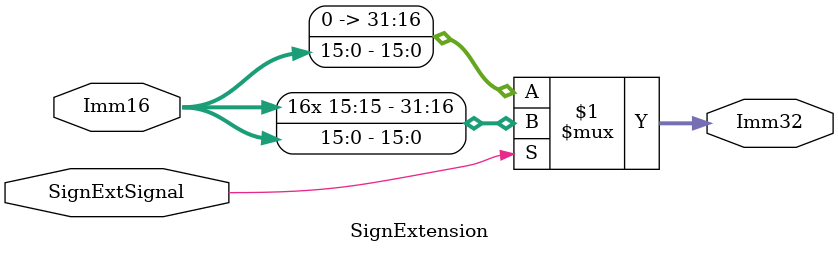
<source format=v>


module SignExtension(
    input[15:0] Imm16,
    input SignExtSignal,
    output[31:0] Imm32
    );
    //sign or zero
    assign Imm32 = (SignExtSignal) ? {{16{ Imm16[15] }},Imm16} : {16'd0,Imm16};
    
endmodule

</source>
